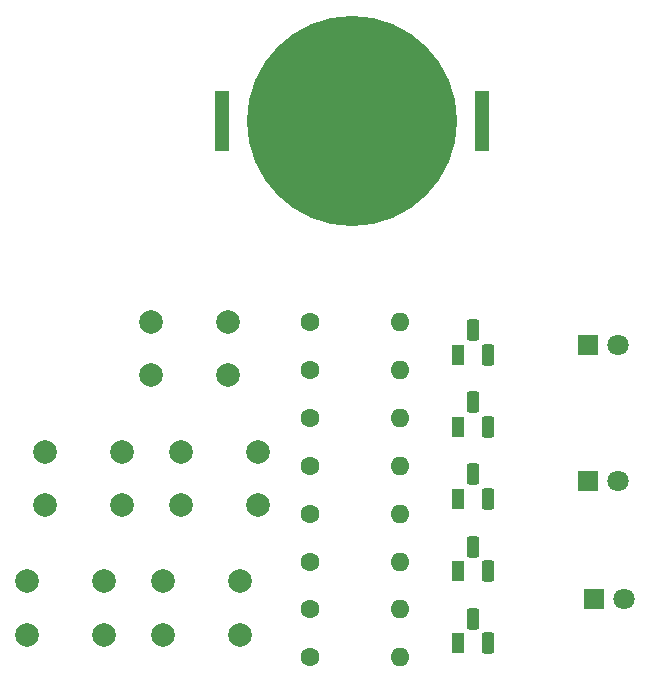
<source format=gts>
G04 #@! TF.GenerationSoftware,KiCad,Pcbnew,9.0.1*
G04 #@! TF.CreationDate,2025-05-23T23:34:19-04:00*
G04 #@! TF.ProjectId,logic01,6c6f6769-6330-4312-9e6b-696361645f70,rev?*
G04 #@! TF.SameCoordinates,Original*
G04 #@! TF.FileFunction,Soldermask,Top*
G04 #@! TF.FilePolarity,Negative*
%FSLAX46Y46*%
G04 Gerber Fmt 4.6, Leading zero omitted, Abs format (unit mm)*
G04 Created by KiCad (PCBNEW 9.0.1) date 2025-05-23 23:34:19*
%MOMM*%
%LPD*%
G01*
G04 APERTURE LIST*
G04 Aperture macros list*
%AMRoundRect*
0 Rectangle with rounded corners*
0 $1 Rounding radius*
0 $2 $3 $4 $5 $6 $7 $8 $9 X,Y pos of 4 corners*
0 Add a 4 corners polygon primitive as box body*
4,1,4,$2,$3,$4,$5,$6,$7,$8,$9,$2,$3,0*
0 Add four circle primitives for the rounded corners*
1,1,$1+$1,$2,$3*
1,1,$1+$1,$4,$5*
1,1,$1+$1,$6,$7*
1,1,$1+$1,$8,$9*
0 Add four rect primitives between the rounded corners*
20,1,$1+$1,$2,$3,$4,$5,0*
20,1,$1+$1,$4,$5,$6,$7,0*
20,1,$1+$1,$6,$7,$8,$9,0*
20,1,$1+$1,$8,$9,$2,$3,0*%
G04 Aperture macros list end*
%ADD10C,2.000000*%
%ADD11C,1.600000*%
%ADD12O,1.600000X1.600000*%
%ADD13RoundRect,0.275000X-0.275000X-0.625000X0.275000X-0.625000X0.275000X0.625000X-0.275000X0.625000X0*%
%ADD14R,1.100000X1.800000*%
%ADD15C,1.800000*%
%ADD16R,1.800000X1.800000*%
%ADD17C,17.800000*%
%ADD18R,1.270000X5.080000*%
G04 APERTURE END LIST*
D10*
G04 #@! TO.C,SW1*
X131121000Y-80629000D03*
X137621000Y-80629000D03*
X131121000Y-85129000D03*
X137621000Y-85129000D03*
G04 #@! TD*
G04 #@! TO.C,SW2*
X122121000Y-91629000D03*
X128621000Y-91629000D03*
X122121000Y-96129000D03*
X128621000Y-96129000D03*
G04 #@! TD*
D11*
G04 #@! TO.C,R2*
X144581000Y-84749000D03*
D12*
X152201000Y-84749000D03*
G04 #@! TD*
D11*
G04 #@! TO.C,R3*
X144581000Y-88799000D03*
D12*
X152201000Y-88799000D03*
G04 #@! TD*
D11*
G04 #@! TO.C,R5*
X144581000Y-96899000D03*
D12*
X152201000Y-96899000D03*
G04 #@! TD*
D11*
G04 #@! TO.C,R6*
X144581000Y-100949000D03*
D12*
X152201000Y-100949000D03*
G04 #@! TD*
D11*
G04 #@! TO.C,R8*
X144581000Y-109049000D03*
D12*
X152201000Y-109049000D03*
G04 #@! TD*
D11*
G04 #@! TO.C,R7*
X144581000Y-104999000D03*
D12*
X152201000Y-104999000D03*
G04 #@! TD*
D11*
G04 #@! TO.C,R4*
X144581000Y-92849000D03*
D12*
X152201000Y-92849000D03*
G04 #@! TD*
D10*
G04 #@! TO.C,SW5*
X138621000Y-107129000D03*
X132121000Y-107129000D03*
X138621000Y-102629000D03*
X132121000Y-102629000D03*
G04 #@! TD*
G04 #@! TO.C,SW4*
X127121000Y-107129000D03*
X120621000Y-107129000D03*
X127121000Y-102629000D03*
X120621000Y-102629000D03*
G04 #@! TD*
G04 #@! TO.C,SW3*
X140121000Y-96129000D03*
X133621000Y-96129000D03*
X140121000Y-91629000D03*
X133621000Y-91629000D03*
G04 #@! TD*
D12*
G04 #@! TO.C,R1*
X152201000Y-80699000D03*
D11*
X144581000Y-80699000D03*
G04 #@! TD*
D13*
G04 #@! TO.C,Q5*
X159661000Y-107859000D03*
X158391000Y-105789000D03*
D14*
X157121000Y-107859000D03*
G04 #@! TD*
D13*
G04 #@! TO.C,Q4*
X159661000Y-101749000D03*
X158391000Y-99679000D03*
D14*
X157121000Y-101749000D03*
G04 #@! TD*
D13*
G04 #@! TO.C,Q3*
X159661000Y-95639000D03*
X158391000Y-93569000D03*
D14*
X157121000Y-95639000D03*
G04 #@! TD*
D13*
G04 #@! TO.C,Q2*
X159661000Y-89529000D03*
X158391000Y-87459000D03*
D14*
X157121000Y-89529000D03*
G04 #@! TD*
D13*
G04 #@! TO.C,Q1*
X159661000Y-83419000D03*
X158391000Y-81349000D03*
D14*
X157121000Y-83419000D03*
G04 #@! TD*
D15*
G04 #@! TO.C,D3*
X171121000Y-104129000D03*
D16*
X168581000Y-104129000D03*
G04 #@! TD*
D15*
G04 #@! TO.C,D2*
X170621000Y-94129000D03*
D16*
X168081000Y-94129000D03*
G04 #@! TD*
D15*
G04 #@! TO.C,D1*
X170621000Y-82629000D03*
D16*
X168081000Y-82629000D03*
G04 #@! TD*
D17*
G04 #@! TO.C,BT1*
X148121000Y-63629000D03*
D18*
X159106000Y-63629000D03*
X137136000Y-63629000D03*
G04 #@! TD*
M02*

</source>
